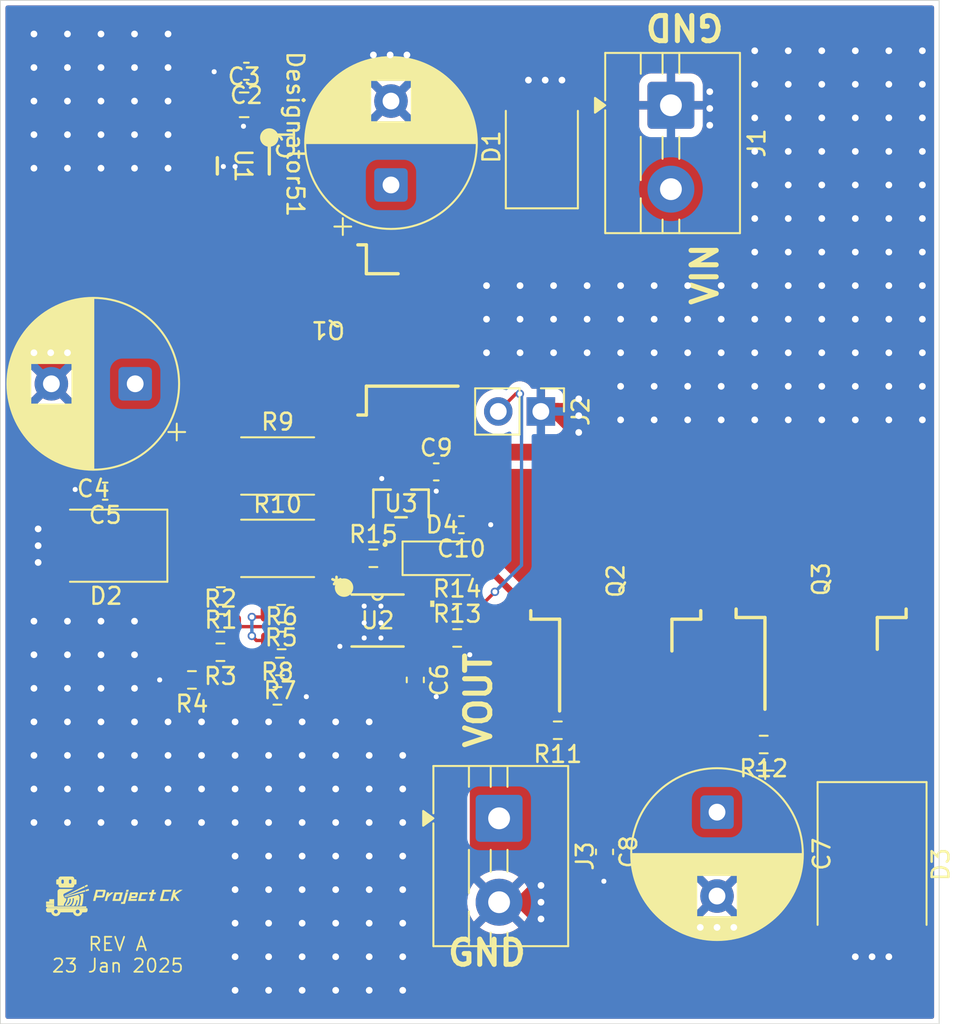
<source format=kicad_pcb>
(kicad_pcb (version 20241229) (generator "pcbnew") (generator_version "9.0")
  (layers (0 "F.Cu" signal) (4 "In1.Cu" signal) (6 "In2.Cu" signal) (2 "B.Cu" signal) (13 "F.Paste" user) (15 "B.Paste" user) (5 "F.SilkS" user "F.Silkscreen") (7 "B.SilkS" user "B.Silkscreen") (1 "F.Mask" user) (3 "B.Mask" user) (25 "Edge.Cuts" user))
  (net 0 "")
  (net 1 "/VIN_74700")
  (net 2 "GND")
  (net 3 "/VIN")
  (net 4 "/TIMER")
  (net 5 "/OUT")
  (net 6 "Net-(D4-K)")
  (net 7 "/GATE")
  (net 8 "Net-(J2-Pin_2)")
  (net 9 "Net-(Q1-Gate)")
  (net 10 "/SEN")
  (net 11 "Net-(Q2-Gate)")
  (net 12 "Net-(Q3-Gate)")
  (net 13 "Net-(R1-Pad2)")
  (net 14 "/UVLO")
  (net 15 "Net-(R3-Pad2)")
  (net 16 "Net-(R5-Pad2)")
  (net 17 "/OVLO")
  (net 18 "Net-(R7-Pad2)")
  (net 19 "/PWR")
  (net 20 "Net-(U2-PGD)")
  (net 21 "Net-(U3-BASE)")
  (footprint "Resistor_SMD:R_2512_6332Metric" (layer "F.Cu") (at 95.5375 80.75)
    (property "Reference" "R9")
    (property "Value" "5mΩ")
  )
  (footprint "Capacitor_THT:CP_Radial_D10.0mm_P5.00mm" (layer "F.Cu") (at 121.75 101.382323 -90)
    (property "Reference" "C7")
    (property "Value" "220uF")
  )
  (footprint "Capacitor_SMD:C_0603_1608Metric" (layer "F.Cu") (at 115.04 103.75 -90)
    (property "Reference" "C8")
    (property "Value" "100nF")
  )
  (footprint "Resistor_SMD:R_0603_1608Metric" (layer "F.Cu") (at 90.425 93.5 180)
    (property "Reference" "R4")
    (property "Value" "7.5kΩ")
  )
  (footprint "Capacitor_SMD:C_0805_2012Metric" (layer "F.Cu") (at 93.54 59.222323)
    (property "Reference" "C3")
    (property "Value" "1uF")
  )
  (footprint "Capacitor_SMD:C_0603_1608Metric" (layer "F.Cu") (at 105 81.1)
    (property "Reference" "C9")
    (property "Value" "47nF")
  )
  (footprint "Resistor_SMD:R_0603_1608Metric" (layer "F.Cu") (at 92.15 88.5 180)
    (property "Reference" "R1")
    (property "Value" "47kΩ")
  )
  (footprint "Resistor_SMD:R_0603_1608Metric" (layer "F.Cu") (at 124.535 97.35 180)
    (property "Reference" "R12")
    (property "Value" "10Ω")
  )
  (footprint "Diode_SMD:D_SMB" (layer "F.Cu") (at 111.3 61.732323 90)
    (property "Reference" "D1")
    (property "Value" "D_TVS")
  )
  (footprint "Resistor_SMD:R_0603_1608Metric" (layer "F.Cu") (at 92.125 90.1)
    (property "Reference" "R2")
    (property "Value" "620Ω")
  )
  (footprint "Capacitor_THT:CP_Radial_D10.0mm_P5.00mm" (layer "F.Cu") (at 87.04 75.85 180)
    (property "Reference" "C4")
    (property "Value" "220uF")
  )
  (footprint "Capacitor_SMD:C_0603_1608Metric" (layer "F.Cu") (at 85.25 82.25 180)
    (property "Reference" "C5")
    (property "Value" "100nF")
  )
  (footprint "TerminalBlock:TerminalBlock_MaiXu_MX126-5.0-02P_1x02_P5.00mm" (layer "F.Cu") (at 119 59.25 -90)
    (property "Reference" "J1")
    (property "Value" "Conn_01x02_Socket")
  )
  (footprint "Resistor_SMD:R_0603_1608Metric" (layer "F.Cu") (at 101.25 86.25)
    (property "Reference" "R15")
    (property "Value" "1kΩ")
  )
  (footprint "Capacitor_SMD:C_0603_1608Metric" (layer "F.Cu") (at 106.5 84.25 180)
    (property "Reference" "C10")
    (property "Value" "100nF")
  )
  (footprint "Protection_Footprint_Library:DBV0006A_N" (layer "F.Cu") (at 93.489998 62.847324 -90)
    (property "Reference" "U1")
    (property "Value" "LM74700QDBVRQ1")
  )
  (footprint "Resistor_SMD:R_0603_1608Metric" (layer "F.Cu") (at 112.25 96.5 180)
    (property "Reference" "R11")
    (property "Value" "10Ω")
  )
  (footprint "Resistor_SMD:R_2512_6332Metric" (layer "F.Cu") (at 95.5375 85.66)
    (property "Reference" "R10")
    (property "Value" "5mΩ")
  )
  (footprint "Diode_SMD:D_SMB" (layer "F.Cu") (at 85.3 85.5 180)
    (property "Reference" "D2")
    (property "Value" "D_TVS")
  )
  (footprint "Protection_Footprint_Library:MUB10A" (layer "F.Cu") (at 101.5 89.96)
    (property "Reference" "U2")
    (property "Value" "LM5069MMX-2/NOPB")
  )
  (footprint "Resistor_SMD:R_0603_1608Metric" (layer "F.Cu") (at 95.675 92.7 180)
    (property "Reference" "R7")
    (property "Value" "4.3kΩ")
  )
  (footprint "Diode_SMD:D_SOD-123" (layer "F.Cu") (at 105.35 86.25)
    (property "Reference" "D4")
    (property "Value" "1N4148W")
  )
  (footprint "Resistor_SMD:R_0603_1608Metric" (layer "F.Cu") (at 95.525 94.45)
    (property "Reference" "R8")
    (property "Value" "33Ω")
  )
  (footprint "Capacitor_THT:CP_Radial_D10.0mm_P5.00mm" (layer "F.Cu") (at 102.3 64 90)
    (property "Reference" "C1")
    (property "Value" "220uF")
  )
  (footprint "Resistor_SMD:R_0603_1608Metric" (layer "F.Cu") (at 106.25 89.5)
    (property "Reference" "R14")
    (property "Value" "100kΩ")
  )
  (footprint "TerminalBlock:TerminalBlock_MaiXu_MX126-5.0-02P_1x02_P5.00mm" (layer "F.Cu") (at 108.75 101.75 -90)
    (property "Reference" "J3")
    (property "Value" "Conn_01x02_Socket")
  )
  (footprint "LOGO" (layer "F.Cu") (at 85.7285 105.945364)
    (property "Reference" "G***" (hide yes))
    (property "Value" "LOGO" (hide yes))
  )
  (footprint "Protection_Footprint_Library:KTT0002A" (layer "F.Cu") (at 127.96 87.5 90)
    (property "Reference" "Q3")
    (property "Value" "CSD19536KTT")
  )
  (footprint "Resistor_SMD:R_0603_1608Metric" (layer "F.Cu") (at 95.775 91.15)
    (property "Reference" "R6")
    (property "Value" "620Ω")
  )
  (footprint "Diode_SMD:D_SMC" (layer "F.Cu") (at 131 104.5 -90)
    (property "Reference" "D3")
    (property "Value" "D_Schottky")
  )
  (footprint "Protection_Footprint_Library:KTT0002A" (layer "F.Cu") (at 115.71 87.6 90)
    (property "Reference" "Q2")
    (property "Value" "CSD19536KTT")
  )
  (footprint "Protection_Footprint_Library:SOT-23-3_1P4X3P040_ONS" (layer "F.Cu") (at 102.8975 82.984)
    (property "Reference" "U3")
    (property "Value" "MMBT5401LT1G")
  )
  (footprint "Resistor_SMD:R_0603_1608Metric" (layer "F.Cu") (at 106.25 91)
    (property "Reference" "R13")
    (property "Value" "22kΩ")
  )
  (footprint "Resistor_SMD:R_0603_1608Metric" (layer "F.Cu") (at 95.75 89.55 180)
    (property "Reference" "R5")
    (property "Value" "47kΩ")
  )
  (footprint "Capacitor_SMD:C_0603_1608Metric" (layer "F.Cu") (at 93.672323 57.222323 180)
    (property "Reference" "C2")
    (property "Value" "100nF")
  )
  (footprint "Capacitor_SMD:C_0603_1608Metric" (layer "F.Cu") (at 103.75 93.5 -90)
    (property "Reference" "C6")
    (property "Value" "6.8uF")
  )
  (footprint "Connector_PinHeader_2.54mm:PinHeader_1x02_P2.54mm_Vertical" (layer "F.Cu") (at 111.24 77.5 -90)
    (property "Reference" "J2")
    (property "Value" "Conn_01x02_Socket")
  )
  (footprint "Resistor_SMD:R_0603_1608Metric" (layer "F.Cu") (at 92.125 91.85 180)
    (property "Reference" "R3")
    (property "Value" "180Ω")
  )
  (footprint "Protection_Footprint_Library:KTT0002A" (layer "F.Cu") (at 98.55 72.64 180)
    (property "Reference" "Q1")
    (property "Value" "CSD19536KTT")
  )
  (gr_line (start 103.75 91) (end 103.75 92.75) (stroke (width 0.2)) (layer "F.Cu") (net 4))
  (gr_circle (center 95.039997 61.172324) (end 95.539997 61.172324) (stroke (width 0.1)) (fill yes) (layer "F.SilkS"))
  (gr_circle (center 99.5 88) (end 100 88) (stroke (width 0.1)) (fill yes) (layer "F.SilkS"))
  (gr_line (start 135 114) (end 135 53) (stroke (width 0.05)) (layer "Edge.Cuts"))
  (gr_line (start 83 53) (end 79 53) (stroke (width 0.05)) (layer "Edge.Cuts"))
  (gr_line (start 79 114) (end 135 114) (stroke (width 0.05)) (layer "Edge.Cuts"))
  (gr_line (start 135 53) (end 83 53) (stroke (width 0.05)) (layer "Edge.Cuts"))
  (gr_line (start 79 53) (end 79 114) (stroke (width 0.05)) (layer "Edge.Cuts"))
  (gr_text "GND" (at 105.54 110.65 0) (layer "F.SilkS") (effects (font (size 1.5 1.5) (thickness 0.3) (bold yes)) (justify left bottom)))
  (gr_text "VOUT" (at 108.39 97.7 90) (layer "F.SilkS") (effects (font (size 1.5 1.5) (thickness 0.3) (bold yes)) (justify left bottom)))
  (gr_text "GND" (at 122.3 53.7 180) (layer "F.SilkS") (effects (font (size 1.5 1.5) (thickness 0.3) (bold yes)) (justify left bottom)))
  (gr_text "REV A\n23 Jan 2025" (at 86 111 0) (layer "F.SilkS") (effects (font (size 0.8 0.8) (thickness 0.1)) (justify bottom)))
  (gr_text "VIN" (at 121.9 71.31 90) (layer "F.SilkS") (effects (font (size 1.5 1.5) (thickness 0.3) (bold yes)) (justify left bottom)))
  (segment (start 94.447323 59.179646) (end 94.49 59.222323) (width 0.4) (layer "F.Cu") (net 1))
  (segment (start 94.490997 64.171325) (end 94.490997 64.222323) (width 1) (layer "F.Cu") (net 1))
  (segment (start 94.49 61.422322) (end 94.439999 61.472323) (width 0.4) (layer "F.Cu") (net 1))
  (segment (start 94.662322 64) (end 94.490997 64.171325) (width 1) (layer "F.Cu") (net 1))
  (segment (start 92.59 59.222323) (end 92.59 61.422323) (width 0.4) (layer "F.Cu") (net 1))
  (segment (start 94.447323 57.222323) (end 94.447323 59.179646) (width 0.4) (layer "F.Cu") (net 1))
  (segment (start 111.727677 64.31) (end 111.3 63.882323) (width 1) (layer "F.Cu") (net 1))
  (segment (start 94.49 59.222323) (end 94.49 61.422322) (width 0.4) (layer "F.Cu") (net 1))
  (segment (start 119 64.25) (end 118.94 64.31) (width 1) (layer "F.Cu") (net 1))
  (segment (start 92.59 61.422323) (end 92.54 61.472323) (width 0.4) (layer "F.Cu") (net 1))
  (segment (start 102.417677 63.882323) (end 102.3 64) (width 1) (layer "F.Cu") (net 1))
  (segment (start 94.439999 61.472323) (end 94.439999 64.222323) (width 0.4) (layer "F.Cu") (net 1))
  (segment (start 94.49 59.222323) (end 92.59 59.222323) (width 0.4) (layer "F.Cu") (net 1))
  (segment (start 83.56 82.25) (end 83.46 82.15) (width 1) (layer "F.Cu") (net 2))
  (segment (start 104.225 81.475) (end 105 82.25) (width 0.4) (layer "F.Cu") (net 2))
  (segment (start 103.75 94.275) (end 104.775 94.275) (width 0.2) (layer "F.Cu") (net 2))
  (segment (start 82.04 74.04) (end 82 74) (width 1) (layer "F.Cu") (net 2))
  (segment (start 102.218 81.968) (end 101.75 81.5) (width 0.4) (layer "F.Cu") (net 2))
  (segment (start 131 109) (end 132 110) (width 1) (layer "F.Cu") (net 2))
  (segment (start 107.075 91) (end 107.075 91.925) (width 0.2) (layer "F.Cu") (net 2))
  (segment (start 82.04 75.04) (end 81 74) (width 1) (layer "F.Cu") (net 2))
  (segment (start 103.357 81.968) (end 104.225 81.1) (width 0.4) (layer "F.Cu") (net 2))
  (segment (start 82.04 74.96) (end 83 74) (width 1) (layer "F.Cu") (net 2))
  (segment (start 111.24 77.5) (end 113.25 77.5) (width 1) (layer "F.Cu") (net 2))
  (segment (start 111.24 77.5) (end 112.25 77.5) (width 1) (layer "F.Cu") (net 2))
  (segment (start 108.75 106.75) (end 110.25 106.75) (width 1) (layer "F.Cu") (net 2))
  (segment (start 82.04 75.85) (end 82.04 75.04) (width 1) (layer "F.Cu") (net 2))
  (segment (start 97.25 94.5) (end 96.4 94.5) (width 0.2) (layer "F.Cu") (net 2))
  (segment (start 91.75 57.25) (end 92.869646 57.25) (width 0.4) (layer "F.Cu") (net 2))
  (segment (start 110.25 106.75) (end 111.25 105.75) (width 1) (layer "F.Cu") (net 2))
  (segment (start 115.04 105.46) (end 115 105.5) (width 1) (layer "F.Cu") (net 2))
  (segment (start 112.75 77.5) (end 113.5 76.75) (width 1) (layer "F.Cu") (net 2))
  (segment (start 113.25 77.5) (end 113.5 77.75) (width 1) (layer "F.Cu") (net 2))
  (segment (start 99.3029 91.4471) (end 99.25 91.5) (width 0.2) (layer "F.Cu") (net 2))
  (segment (start 93.5 61.462321) (end 93.489998 61.472323) (width 0.4) (layer "F.Cu") (net 2))
  (segment (start 104.225 81.1) (end 104.225 81.475) (width 0.4) (layer "F.Cu") (net 2))
  (segment (start 131 109) (end 130 110) (width 1) (layer "F.Cu") (net 2))
  (segment (start 115.04 104.525) (end 115.04 105.46) (width 1) (layer "F.Cu") (net 2))
  (segment (start 131 107.9) (end 131 109) (width 1) (layer "F.Cu") (net 2))
  (segment (start 83.15 85.5) (end 82.25 85.5) (width 1) (layer "F.Cu") (net 2))
  (segment (start 82.25 85.5) (end 81.25 84.5) (width 1) (layer "F.Cu") (net 2))
  (segment (start 107.075 91.925) (end 107 92) (width 0.2) (layer "F.Cu") (net 2))
  (segment (start 111.24 77.5) (end 112.75 77.5) (width 1) (layer "F.Cu") (net 2))
  (segment (start 99.3029 90.960001) (end 99.3029 91.4471) (width 0.2) (layer "F.Cu") (net 2))
  (segment (start 92.869646 57.25) (end 92.897323 57.222323) (width 0.4) (layer "F.Cu") (net 2))
  (segment (start 102.8975 81.968) (end 103.357 81.968) (width 0.4) (layer "F.Cu") (net 2))
  (segment (start 102.8975 81.968) (end 102.218 81.968) (width 0.4) (layer "F.Cu") (net 2))
  (segment (start 104.775 94.275) (end 105 94.5) (width 0.2) (layer "F.Cu") (net 2))
  (segment (start 107.275 84.25) (end 108.25 84.25) (width 0.4) (layer "F.Cu") (net 2))
  (segment (start 96.4 94.5) (end 96.35 94.45) (width 0.2) (layer "F.Cu") (net 2))
  (segment (start 82.04 75.85) (end 82.04 74.96) (width 1) (layer "F.Cu") (net 2))
  (segment (start 84.475 82.25) (end 83.56 82.25) (width 1) (layer "F.Cu") (net 2))
  (segment (start 131 107.9) (end 131 110) (width 1) (layer "F.Cu") (net 2))
  (segment (start 93.5 60.5) (end 93.5 61.462321) (width 0.4) (layer "F.Cu") (net 2))
  (segment (start 83.15 85.5) (end 81.25 85.5) (width 1) (layer "F.Cu") (net 2))
  (segment (start 82.04 75.85) (end 82.04 74.04) (width 1) (layer "F.Cu") (net 2))
  (segment (start 110.25 106.75) (end 111.25 107.75) (width 1) (layer "F.Cu") (net 2))
  (segment (start 108.75 106.75) (end 111.25 106.75) (width 1) (layer "F.Cu") (net 2))
  (segment (start 82.25 85.5) (end 81.25 86.5) (width 1) (layer "F.Cu") (net 2))
  (segment (start 89.6 93.5) (end 88.5 93.5) (width 0.2) (layer "F.Cu") (net 2))
  (segment (start 112.25 77.5) (end 113.5 78.75) (width 1) (layer "F.Cu") (net 2))
  (via (at 82 74) (size 0.8) (drill 0.4) (layers "F.Cu" "B.Cu") (net 2))
  (via (at 87 59) (size 0.8) (drill 0.4) (layers "F.Cu" "B.Cu") (net 2))
  (via (at 113.5 77.75) (size 0.8) (drill 0.4) (layers "F.Cu" "B.Cu") (net 2))
  (via (at 126 74) (size 0.8) (drill 0.4) (layers "F.Cu" "B.Cu") (net 2))
  (via (at 124 60) (size 0.8) (drill 0.4) (layers "F.Cu" "B.Cu") (net 2))
  (via (at 130 68) (size 0.8) (drill 0.4) (layers "F.Cu" "B.Cu") (net 2))
  (via (at 83 98) (size 0.8) (drill 0.4) (layers "F.Cu" "B.Cu") (net 2))
  (via (at 122 78) (size 0.8) (drill 0.4) (layers "F.Cu" "B.Cu") (net 2))
  (via (at 85 59) (size 0.8) (drill 0.4) (layers "F.Cu" "B.Cu") (net 2))
  (via (at 81 55) (size 0.8) (drill 0.4) (layers "F.Cu" "B.Cu") (net 2))
  (via (at 130 62) (size 0.8) (drill 0.4) (layers "F.Cu" "B.Cu") (net 2))
  (via (at 83 100) (size 0.8) (drill 0.4) (layers "F.Cu" "B.Cu") (net 2))
  (via (at 134 64) (size 0.8) (drill 0.4) (layers "F.Cu" "B.Cu") (net 2))
  (via (at 95 106) (size 0.8) (drill 0.4) (layers "F.Cu" "B.Cu") (net 2))
  (via (at 126 62) (size 0.8) (drill 0.4) (layers "F.Cu" "B.Cu") (net 2))
  (via (at 101 96) (size 0.8) (drill 0.4) (layers "F.Cu" "B.Cu") (net 2))
  (via (at 91 102) (size 0.8) (drill 0.4) (layers "F.Cu" "B.Cu") (net 2))
  (via (at 128 72) (size 0.8) (drill 0.4) (layers "F.Cu" "B.Cu") (net 2))
  (via (at 93 106) (size 0.8) (drill 0.4) (layers "F.Cu" "B.Cu") (net 2))
  (via (at 83 96) (size 0.8) (drill 0.4) (layers "F.Cu" "B.Cu") (net 2))
  (via (at 89 57) (size 0.8) (drill 0.4) (layers "F.Cu" "B.Cu") (net 2))
  (via (at 81 61) (size 0.8) (drill 0.4) (layers "F.Cu" "B.Cu") (net 2))
  (via (at 120 72) (size 0.8) (drill 0.4) (layers "F.Cu" "B.Cu") (net 2))
  (via (at 103 110) (size 0.8) (drill 0.4) (layers "F.Cu" "B.Cu") (net 2))
  (via (at 83 94) (size 0.8) (drill 0.4) (layers "F.Cu" "B.Cu") (net 2))
  (via (at 83 59) (size 0.8) (drill 0.4) (layers "F.Cu" "B.Cu") (net 2))
  (via (at 121.3175 59.44) (size 0.8) (drill 0.4) (layers "F.Cu" "B.Cu") (net 2))
  (via (at 126 56) (size 0.8) (drill 0.4) (layers "F.Cu" "B.Cu") (net 2))
  (via (at 113.5 78.75) (size 0.8) (drill 0.4) (layers "F.Cu" "B.Cu") (net 2))
  (via (at 114 74) (size 0.8) (drill 0.4) (layers "F.Cu" "B.Cu") (net 2))
  (via (at 83 63) (size 0.8) (drill 0.4) (layers "F.Cu" "B.Cu") (net 2))
  (via (at 126 76) (size 0.8) (drill 0.4) (layers "F.Cu" "B.Cu") (net 2))
  (via (at 101.7 90.1) (size 0.5) (drill 0.3) (layers "F.Cu" "B.Cu") (net 2))
  (via (at 102.25 56.25) (size 0.8) (drill 0.4) (layers "F.Cu" "B.Cu") (net 2))
  (via (at 101 108) (size 0.8) (drill 0.4) (layers "F.Cu" "B.Cu") (net 2))
  (via (at 87 102) (size 0.8) (drill 0.4) (layers "F.Cu" "B.Cu") (net 2))
  (via (at 83 57) (size 0.8) (drill 0.4) (layers "F.Cu" "B.Cu") (net 2))
  (via (at 124 78) (size 0.8) (drill 0.4) (layers "F.Cu" "B.Cu") (net 2))
  (via (at 132 68) (size 0.8) (drill 0.4) (layers "F.Cu" "B.Cu") (net 2))
  (via (at 108 72) (size 0.8) (drill 0.4) (layers "F.Cu" "B.Cu") (net 2))
  (via (at 97 112) (size 0.8) (drill 0.4) (layers "F.Cu" "B.Cu") (net 2))
  (via (at 114 70) (size 0.8) (drill 0.4) (layers "F.Cu" "B.Cu") (net 2))
  (via (at 120.75 108.25) (size 0.8) (drill 0.4) (layers "F.Cu" "B.Cu") (net 2))
  (via (at 110 72) (size 0.8) (drill 0.4) (layers "F.Cu" "B.Cu") (net 2))
  (via (at 85 102) (size 0.8) (drill 0.4) (layers "F.Cu" "B.Cu") (net 2))
  (via (at 118 74) (size 0.8) (drill 0.4) (layers "F.Cu" "B.Cu") (net 2))
  (via (at 126 64) (size 0.8) (drill 0.4) (layers "F.Cu" "B.Cu") (net 2))
  (via (at 97 102) (size 0.8) (drill 0.4) (layers "F.Cu" "B.Cu") (net 2))
  (via (at 128 70) (size 0.8) (drill 0.4) (layers "F.Cu" "B.Cu") (net 2))
  (via (at 116 70) (size 0.8) (drill 0.4) (layers "F.Cu" "B.Cu") (net 2))
  (via (at 93 104) (size 0.8) (drill 0.4) (layers "F.Cu" "B.Cu") (net 2))
  (via (at 124 64) (size 0.8) (drill 0.4) (layers "F.Cu" "B.Cu") (net 2))
  (via (at 134 62) (size 0.8) (drill 0.4) (layers "F.Cu" "B.Cu") (net 2))
  (via (at 97 104) (size 0.8) (drill 0.4) (layers "F.Cu" "B.Cu") (net 2))
  (via (at 83 92) (size 0.8) (drill 0.4) (layers "F.Cu" "B.Cu") (net 2))
  (via (at 87 98) (size 0.8) (drill 0.4) (layers "F.Cu" "B.Cu") (net 2))
  (via (at 81 59) (size 0.8) (drill 0.4) (layers "F.Cu" "B.Cu") (net 2))
  (via (at 95 102) (size 0.8) (drill 0.4) (layers "F.Cu" "B.Cu") (net 2))
  (via (at 89 59) (size 0.8) (drill 0.4) (layers "F.Cu" "B.Cu") (net 2))
  (via (at 101.7 89.1) (size 0.5) (drill 0.3) (layers "F.Cu" "B.Cu") (net 2))
  (via (at 99 102) (size 0.8) (drill 0.4) (layers "F.Cu" "B.Cu") (net 2))
  (via (at 132 110) (size 0.8) (drill 0.4) (layers "F.Cu" "B.Cu") (net 2))
  (via (at 130 70) (size 0.8) (drill 0.4) (layers "F.Cu" "B.Cu") (net 2))
  (via (at 91 98) (size 0.8) (drill 0.4) (layers "F.Cu" "B.Cu") (net 2))
  (via (at 126 72) (size 0.8) (drill 0.4) (layers "F.Cu" "B.Cu") (net 2))
  (via (at 88.5 93.5) (size 0.5) (drill 0.3) (layers "F.Cu" "B.Cu") (net 2))
  (via (at 81.25 86.5) (size 0.8) (drill 0.4) (layers "F.Cu" "B.Cu") (net 2))
  (via (at 121.3175 60.44) (size 0.8) (drill 0.4) (layers "F.Cu" "B.Cu") (net 2))
  (via (at 122 70) (size 0.8) (drill 0.4) (layers "F.Cu" "B.Cu") (net 2))
  (via (at 93 102) (size 0.8) (drill 0.4) (layers "F.Cu" "B.Cu") (net 2))
  (via (at 81.25 84.5) (size 0.8) (drill 0.4) (layers "F.Cu" "B.Cu") (net 2))
  (via (at 128 66) (size 0.8) (drill 0.4) (layers "F.Cu" "B.Cu") (net 2))
  (via (at 93 96) (size 0.8) (drill 0.4) (layers "F.Cu" "B.Cu") (net 2))
  (via (at 128 76) (size 0.8) (drill 0.4) (layers "F.Cu" "B.Cu") (net 2))
  (via (at 110.5 57.75) (size 0.8) (drill 0.4) (layers "F.Cu" "B.Cu") (net 2))
  (via (at 101 110) (size 0.8) (drill 0.4) (layers "F.Cu" "B.Cu") (net 2))
  (via (at 122 72) (size 0.8) (drill 0.4) (layers "F.Cu" "B.Cu") (net 2))
  (via (at 99 110) (size 0.8) (drill 0.4) (layers "F.Cu" "B.Cu") (net 2))
  (via (at 131 110) (size 0.8) (drill 0.4) (layers "F.Cu" "B.Cu") (net 2))
  (via (at 134 58) (size 0.8) (drill 0.4) (layers "F.Cu" "B.Cu") (net 2))
  (via (at 85 94) (size 0.8) (drill 0.4) (layers "F.Cu" "B.Cu") (net 2))
  (via (at 120 76) (size 0.8) (drill 0.4) (layers "F.Cu" "B.Cu") (net 2))
  (via (at 111.5 57.75) (size 0.8) (drill 0.4) (layers "F.Cu" "B.Cu") (net 2))
  (via (at 97 96) (size 0.8) (drill 0.4) (layers "F.Cu" "B.Cu") (net 2))
  (via (at 126 66) (size 0.8) (drill 0.4) (layers "F.Cu" "B.Cu") (net 2))
  (via (at 105 94.5) (size 0.5) (drill 0.3) (layers "F.Cu" "B.Cu") (net 2))
  (via (at 126 70) (size 0.8) (drill 0.4) (layers "F.Cu" "B.Cu") (net 2))
  (via (at 85 100) (size 0.8) (drill 0.4) (layers "F.Cu" "B.Cu") (net 2))
  (via (at 128 68) (size 0.8) (drill 0.4) (layers "F.Cu" "B.Cu") (net 2))
  (via (at 103 100) (size 0.8) (drill 0.4) (layers "F.Cu" "B.Cu") (net 2))
  (via (at 95 100) (size 0.8) (drill 0.4) (layers "F.Cu" "B.Cu") (net 2))
  (via (at 89 98) (size 0.8) (drill 0.4) (layers "F.Cu" "B.Cu") (net 2))
  (via (at 92.3 62.9) (size 0.5) (drill 0.3) (layers "F.Cu" "B.Cu") (net 2))
  (via (at 85 61) (size 0.8) (drill 0.4) (layers "F.Cu" "B.Cu") (net 2))
  (via (at 97 110) (size 0.8) (drill 0.4) (layers "F.Cu" "B.Cu") (net 2))
  (via (at 108.25 84.25) (size 0.5) (drill 0.3) (layers "F.Cu" "B.Cu") (net 2))
  (via (at 81 98) (size 0.8) (drill 0.4) (layers "F.Cu" "B.Cu") (net 2))
  (via (at 124 74) (size 0.8) (drill 0.4) (layers "F.Cu" "B.Cu") (net 2))
  (via (at 103 108) (size 0.8) (drill 0.4) (layers "F.Cu" "B.Cu") (net 2))
  (via (at 112 70) (size 0.8) (drill 0.4) (layers "F.Cu" "B.Cu") (net 2))
  (via (at 134 76) (size 0.8) (drill 0.4) (layers "F.Cu" "B.Cu") (net 2))
  (via (at 128 64) (size 0.8) (drill 0.4) (layers "F.Cu" "B.Cu") (net 2))
  (via (at 122 74) (size 0.8) (drill 0.4) (layers "F.Cu" "B.Cu") (net 2))
  (via (at 97 106) (size 0.8) (drill 0.4) (layers "F.Cu" "B.Cu") (net 2))
  (via (at 128 60) (size 0.8) (drill 0.4) (layers "F.Cu" "B.Cu") (net 2))
  (via (at 83.46 82.15) (size 0.5) (drill 0.3) (layers "F.Cu" "B.Cu") (net 2))
  (via (at 110 74) (size 0.8) (drill 0.4) (layers "F.Cu" "B.Cu") (net 2))
  (via (at 126 60) (size 0.8) (drill 0.4) (layers "F.Cu" "B.Cu") (net 2))
  (via (at 112 74) (size 0.8) (drill 0.4) (layers "F.Cu" "B.Cu") (net 2))
  (via (at 85 96) (size 0.8) (drill 0.4) (layers "F.Cu" "B.Cu") (net 2))
  (via (at 83 74) (size 0.8) (drill 0.4) (layers "F.Cu" "B.Cu") (net 2))
  (via (at 132 76) (size 0.8) (drill 0.4) (layers "F.Cu" "B.Cu") (net 2))
  (via (at 116 78) (size 0.8) (drill 0.4) (layers "F.Cu" "B.Cu") (net 2))
  (via (at 89 63) (size 0.8) (drill 0.4) (layers "F.Cu" "B.Cu") (net 2))
  (via (at 134 70) (size 0.8) (drill 0.4) (layers "F.Cu" "B.Cu") (net 2))
  (via (at 130 72) (size 0.8) (drill 0.4) (layers "F.Cu" "B.Cu") (net 2))
  (via (at 85 92) (size 0.8) (drill 0.4) (layers "F.Cu" "B.Cu") (net 2))
  (via (at 83 61) (size 0.8) (drill 0.4) (layers "F.Cu" "B.Cu") (net 2))
  (via (at 116 72) (size 0.8) (drill 0.4) (layers "F.Cu" "B.Cu") (net 2))
  (via (at 103 106) (size 0.8) (drill 0.4) (layers "F.Cu" "B.Cu") (net 2))
  (via (at 93 108) (size 0.8) (drill 0.4) (layers "F.Cu" "B.Cu") (net 2))
  (via (at 130 64) (size 0.8) (drill 0.4) (layers "F.Cu" "B.Cu") (net 2))
  (via (at 83 90) (size 0.8) (drill 0.4) (layers "F.Cu" "B.Cu") (net 2))
  (via (at 99 100) (size 0.8) (drill 0.4) (layers "F.Cu" "B.Cu") (net 2))
  (via (at 101 104) (size 0.8) (drill 0.4) (layers "F.Cu" "B.Cu") (net 2))
  (via (at 97 100) (size 0.8) (drill 0.4) (layers "F.Cu" "B.Cu") (net 2))
  (via (at 91.75 57.25) (size 0.5) (drill 0.3) (layers "F.Cu" "B.Cu") (net 2))
  (via (at 87 100) (size 0.8) (drill 0.4) (layers "F.Cu" "B.Cu") (net 2))
  (via (at 87 57) (size 0.8) (drill 0.4) (layers "F.Cu" "B.Cu") (net 2))
  (via (at 101.7 91) (size 0.5) (drill 0.3) (layers "F.Cu" "B.Cu") (net 2))
  (via (at 120 70) (size 0.8) (drill 0.4) (layers "F.Cu" "B.Cu") (net 2))
  (via (at 124 76) (size 0.8) (drill 0.4) (layers "F.Cu" "B.Cu") (net 2))
  (via (at 134 56) (size 0.8) (drill 0.4) (layers "F.Cu" "B.Cu") (net 2))
  (via (at 93 62.9) (size 0.5) (drill 0.3) (layers "F.Cu" "B.Cu") (net 2))
  (via (at 83 102) (size 0.8) (drill 0.4) (layers "F.Cu" "B.Cu") (net 2))
  (via (at 81 96) (size 0.8) (drill 0.4) (layers "F.Cu" "B.Cu") (net 2))
  (via (at 122.75 108.25) (size 0.8) (drill 0.4) (layers "F.Cu" "B.Cu") (net 2))
  (via (at 112 72) (size 0.8) (drill 0.4) (layers "F.Cu" "B.Cu") (net 2))
  (via (at 120 78) (size 0.8) (drill 0.4) (layers "F.Cu" "B.Cu") (net 2))
  (via (at 101.25 56.25) (size 0.8) (drill 0.4) (layers "F.Cu" "B.Cu") (net 2))
  (via (at 132 74) (size 0.8) (drill 0.4) (layers "F.Cu" "B.Cu") (net 2))
  (via (at 81 100) (size 0.8) (drill 0.4) (layers "F.Cu" "B.Cu") (net 2))
  (via (at 101 98) (size 0.8) (drill 0.4) (layers "F.Cu" "B.Cu") (net 2))
  (via (at 99 98) (size 0.8) (drill 0.4) (layers "F.Cu" "B.Cu") (net 2))
  (via (at 118 72) (size 0.8) (drill 0.4) (layers "F.Cu" "B.Cu") (net 2))
  (via (at 118 78) (size 0.8) (drill 0.4) (layers "F.Cu" "B.Cu") (net 2))
  (via (at 132 78) (size 0.8) (drill 0.4) (layers "F.Cu" "B.Cu") (net 2))
  (via (at 95 96) (size 0.8) (drill 0.4) (layers "F.Cu" "B.Cu") (net 2))
  (via (at 85 57) (size 0.8) (drill 0.4) (layers "F.Cu" "B.Cu") (net 2))
  (via (at 124 68) (size 0.8) (drill 0.4) (layers "F.Cu" "B.Cu") (net 2))
  (via (at 111.25 106.75) (size 0.8) (drill 0.4) (layers "F.Cu" "B.Cu") (net 2))
  (via (at 99.25 91.5) (size 0.5) (drill 0.3) (layers "F.Cu" "B.Cu") (net 2))
  (via (at 97 98) (size 0.8) (drill 0.4) (layers "F.Cu" "B.Cu") (net 2))
  (via (at 87 92) (size 0.8) (drill 0.4) (layers "F.Cu" "B.Cu") (net 2))
  (via (at 114 72) (size 0.8) (drill 0.4) (layers "F.Cu" "B.Cu") (net 2))
  (via (at 126 58) (size 0.8) (drill 0.4) (layers "F.Cu" "B.Cu") (net 2))
  (via (at 130 66) (size 0.8) (drill 0.4) (layers "F.Cu" "B.Cu") (net 2))
  (via (at 93 100) (size 0.8) (drill 0.4) (layers "F.Cu" "B.Cu") (net 2))
  (via (at 132 60) (size 0.8) (drill 0.4) (layers "F.Cu" "B.Cu") (net 2))
  (via (at 132 64) (size 0.8) (drill 0.4) (layers "F.Cu" "B.Cu") (net 2))
  (via (at 108 74) (size 0.8) (drill 0.4) (layers "F.Cu" "B.Cu") (net 2))
  (via (at 113.5 76.75) (size 0.8) (drill 0.4) (layers "F.Cu" "B.Cu") (net 2))
  (via (at 116 74) (size 0.8) (drill 0.4) (layers "F.Cu" "B.Cu") (net 2))
  (via (at 132 66) (size 0.8) (drill 0.4) (layers "F.Cu" "B.Cu") (net 2))
  (via (at 85 98) (size 0.8) (drill 0.4) (layers "F.Cu" "B.Cu") (net 2))
  (via (at 116 76) (size 0.8) (drill 0.4) (layers "F.Cu" "B.Cu") (net 2))
  (via (at 95 112) (size 0.8) (drill 0.4) (layers "F.Cu" "B.Cu") (net 2))
  (via (at 87 94) (size 0.8) (drill 0.4) (layers "F.Cu" "B.Cu") (net 2))
  (via (at 124 62) (size 0.8) (drill 0.4) (layers "F.Cu" "B.Cu") (net 2))
  (via (at 83 55) (size 0.8) (drill 0.4) (layers "F.Cu" "B.Cu") (net 2))
  (via (at 89 100) (size 0.8) (drill 0.4) (layers "F.Cu" "B.Cu") (net 2))
  (via (at 95 110) (size 0.8) (drill 0.4) (layers "F.Cu" "B.Cu") (net 2))
  (via (at 132 56) (size 0.8) (drill 0.4) (layers "F.Cu" "B.Cu") (net 2))
  (via (at 130 78) (size 0.8) (drill 0.4) (layers "F.Cu" "B.Cu") (net 2))
  (via (at 81 102) (size 0.8) (drill 0.4) (layers "F.Cu" "B.Cu") (net 2))
  (via (at 87 96) (size 0.8) (drill 0.4) (layers "F.Cu" "B.Cu") (net 2))
  (via (at 93.5 60.5) (size 0.5) (drill 0.3) (layers "F.Cu" "B.Cu") (net 2))
  (via (at 101 102) (size 0.8) (drill 0.4) (layers "F.Cu" "B.Cu") (net 2))
  (via (at 118 76) (size 0.8) (drill 0.4) (layers "F.Cu" "B.Cu") (net 2))
  (via (at 99 112) (size 0.8) (drill 0.4) (layers "F.Cu" "B.Cu") (net 2))
  (via (at 110 70) (size 0.8) (drill 0.4) (layers "F.Cu" "B.Cu") (net 2))
  (via (at 87 63) (size 0.8) (drill 0.4) (layers "F.Cu" "B.Cu") (net 2))
  (via (at 100.7 89.1) (size 0.5) (drill 0.3) (layers "F.Cu" "B.Cu") (net 2))
  (via (at 134 72) (size 0.8) (drill 0.4) (layers "F.Cu" "B.Cu") (net 2))
  (via (at 111.25 107.75) (size 0.8) (drill 0.4) (layers "F.Cu" "B.Cu") (net 2))
  (via (at 121.3175 58.44) (size 0.8) (drill 0.4) (layers "F.Cu" "B.Cu") (net 2))
  (via (at 124 56) (size 0.8) (drill 0.4) (layers "F.Cu" "B.Cu") (net 2))
  (via (at 87 55) (size 0.8) (drill 0.4) (layers "F.Cu" "B.Cu") (net 2))
  (via (at 108 70) (size 0.8) (drill 0.4) (layers "F.Cu" "B.Cu") (net 2))
  (via (at 89 96) (size 0.8) (drill 0.4) (layers "F.Cu" "B.Cu") (net 2))
  (via (at 128 56) (size 0.8) (drill 0.4) (layers "F.Cu" "B.Cu") (net 2))
  (via (at 128 62) (size 0.8) (drill 0.4) (layers "F.Cu" "B.Cu") (net 2))
  (via (at 97.25 94.5) (size 0.5) (drill 0.3) (layers "F.Cu" "B.Cu") (net 2))
  (via (at 126 78) (size 0.8) (drill 0.4) (layers "F.Cu" "B.Cu") (net 2))
  (via (at 103 112) (size 0.8) (drill 0.4) (layers "F.Cu" "B.Cu") (net 2))
  (via (at 93 98) (size 0.8) (drill 0.4) (layers "F.Cu" "B.Cu") (net 2))
  (via (at 93 112) (size 0.8) (drill 0.4) (layers "F.Cu" "B.Cu") (net 2))
  (via (at 115 105.5) (size 0.5) (drill 0.3) (layers "F.Cu" "B.Cu") (net 2))
  (via (at 134 78) (size 0.8) (drill 0.4) (layers "F.Cu" "B.Cu") (net 2))
  (via (at 99 108) (size 0.8) (drill 0.4) (layers "F.Cu" "B.Cu") (net 2))
  (via (at 85 90) (size 0.8) (drill 0.4) (layers "F.Cu" "B.Cu") (net 2))
  (via (at 105 82.25) (size 0.5) (drill 0.3) (layers "F.Cu" "B.Cu") (net 2))
  (via (at 132 62) (size 0.8) (drill 0.4) (layers "F.Cu" "B.Cu") (net 2))
  (via (at 124 58) (size 0.8) (drill 0.4) (layers "F.Cu" "B.Cu") (net 2))
  (via (at 130 56) (size 0.8) (drill 0.4) (layers "F.Cu" "B.Cu") (net 2))
  (via (at 89 102) (size 0.8) (drill 0.4) (layers "F.Cu" "B.Cu") (net 2))
  (via (at 107 92) (size 0.5) (drill 0.3) (layers "F.Cu" "B.Cu") (net 2))
  (via (at 134 60) (size 0.8) (drill 0.4) (layers "F.Cu" "B.Cu") (net 2))
  (via (at 89 61) (size 0.8) (drill 0.4) (layers "F.Cu" "B.Cu") (net 2))
  (via (at 134 66) (size 0.8) (drill 0.4) (layers "F.Cu" "B.Cu") (net 2))
  (via (at 91 100) (size 0.8) (drill 0.4) (layers "F.Cu" "B.Cu") (net 2))
  (via (at 111.25 105.75) (size 0.8) (drill 0.4) (layers "F.Cu" "B.Cu") (net 2))
  (via (at 99 106) (size 0.8) (drill 0.4) (layers "F.Cu" "B.Cu") (net 2))
  (via (at 130 110) (size 0.8) (drill 0.4) (layers "F.Cu" "B.Cu") (net 2))
  (via (at 130 60) (size 0.8) (drill 0.4) (layers "F.Cu" "B.Cu") (net 2))
  (via (at 103.25 56.25) (size 0.8) (drill 0.4) (layers "F.Cu" "B.Cu") (net 2))
  (via (at 124 66) (size 0.8) (drill 0.4) (layers "F.Cu" "B.Cu") (net 2))
  (via (at 103 98) (size 0.8) (drill 0.4) (layers "F.Cu" "B.Cu") (net 2))
  (via (at 130 58) (size 0.8) (drill 0.4) (layers "F.Cu" "B.Cu") (net 2))
  (via (at 95 104) (size 0.8) (drill 0.4) (layers "F.Cu" "B.Cu") (net 2))
  (via (at 128 74) (size 0.8) (drill 0.4) (layers "F.Cu" "B.Cu") (net 2))
  (via (at 85 63) (size 0.8) (drill 0.4) (layers "F.Cu" "B.Cu") (net 2))
  (via (at 126 68) (size 0.8) (drill 0.4) (layers "F.Cu" "B.Cu") (net 2))
  (via (at 132 72) (size 0.8) (drill 0.4) (layers "F.Cu" "B.Cu") (net 2))
  (via (at 118 70) (size 0.8) (drill 0.4) (layers "F.Cu" "B.Cu") (net 2))
  (via (at 103 104) (size 0.8) (drill 0.4) (layers "F.Cu" "B.Cu") (net 2))
  (via (at 91 96) (size 0.8) (drill 0.4) (layers "F.Cu" "B.Cu") (net 2))
  (via (at 132 70) (size 0.8) (drill 0.4) (layers "F.Cu" "B.Cu") (net 2))
  (via (at 101 112) (size 0.8) (drill 0.4) (layers "F.Cu" "B.Cu") (net 2))
  (via (at 87 90) (size 0.8) (drill 0.4) (layers "F.Cu" "B.Cu") (net 2))
  (via (at 81 63) (size 0.8) (drill 0.4) (layers "F.Cu" "B.Cu") (net 2))
  (via (at 93 110) (size 0.8) (drill 0.4) (layers "F.Cu" "B.Cu") (net 2))
  (via (at 95 98) (size 0.8) (drill 0.4) (layers "F.Cu" "B.Cu") (net 2))
  (via (at 130 74) (size 0.8) (drill 0.4) (layers "F.Cu" "B.Cu") (net 2))
  (via (at 124 72) (size 0.8) (drill 0.4) (layers "F.Cu" "B.Cu") (net 2))
  (via (at 112.5 57.75) (size 0.8) (drill 0.4) (layers "F.Cu" "B.Cu") (net 2))
  (via (at 101.75 81.5) (size 0.5) (drill 0.3) (layers "F.Cu" "B.Cu") (net 2))
  (via (at 99 96) (size 0.8) (drill 0.4) (layers "F.Cu" "B.Cu") (net 2))
  (via (at 81 74) (size 0.8) (drill 0.4) (layers "F.Cu" "B.Cu") (net 2))
  (via (at 85 55) (size 0.8) (drill 0.4) (layers "F.Cu" "B.Cu") (net 2))
  (via (at 81 92) (size 0.8) (drill 0.4) (layers "F.Cu" "B.Cu") (net 2))
  (via (at 101 106) (size 0.8) (drill 0.4) (layers "F.Cu" "B.Cu") (net 2))
  (via (at 89 55) (size 0.8) (drill 0.4) (layers "F.Cu" "B.Cu") (net 2))
  (via (at 122 76) (size 0.8) (drill 0.4) (layers "F.Cu" "B.Cu") (net 2))
  (via (at 120 74) (size 0.8) (drill 0.4) (layers "F.Cu" "B.Cu") (net 2))
  (via (at 124 70) (size 0.8) (drill 0.4) (layers "F.Cu" "B.Cu") (net 2))
  (via (at 81 57) (size 0.8) (drill 0.4) (layers "F.Cu" "B.Cu") (net 2))
  (via (at 95 108) (size 0.8) (drill 0.4) (layers "F.Cu" "B.Cu") (net 2))
  (via (at 132 58) (size 0.8) (drill 0.4) (layers "F.Cu" "B.Cu") (net 2))
  (via (at 128 78) (size 0.8) (drill 0.4) (layers "F.Cu" "B.Cu") (net 2))
  (via (at 100.7 90.1) (size 0.5) (drill 0.3) (layers "F.Cu" "B.Cu") (net 2))
  (via (at 121.75 108.25) (size 0.8) (drill 0.4) (layers "F.Cu" "B.Cu") (net 2))
  (via (at 101 100) (size 0.8) (drill 0.4) (layers "F.Cu" "B.Cu") (net 2))
  (via (at 128 58) (size 0.8) (drill 0.4) (layers "F.Cu" "B.Cu") (net 2))
  (via (at 81.25 85.5) (size 0.8) (drill 0.4) (layers "F.Cu" "B.Cu") (net 2))
  (via (at 134 68) (size 0.8) (drill 0.4) (layers "F.Cu" "B.Cu") (net 2))
  (via (at 99 104) (size 0.8) (drill 0.4) (layers "F.Cu" "B.Cu") (net 2))
  (via (at 103 102) (size 0.8) (drill 0.4) (layers "F.Cu" "B.Cu") (net 2))
  (via (at 87 61) (size 0.8) (drill 0.4) (layers "F.Cu" "B.Cu") (net 2))
  (via (at 81 94) (size 0.8) (drill 0.4) (layers "F.Cu" "B.Cu") (net 2))
  (via (at 100.7 91) (size 0.5) (drill 0.3) (layers "F.Cu" "B.Cu") (net 2))
  (via (at 81 90) (size 0.8) (drill 0.4) (layers "F.Cu" "B.Cu") (net 2))
  (via (at 97 108) (size 0.8) (drill 0.4) (layers "F.Cu" "B.Cu") (net 2))
  (via (at 134 74) (size 0.8) (drill 0.4) (layers "F.Cu" "B.Cu") (net 2))
  (via (at 130 76) (size 0.8) (drill 0.4) (layers "F.Cu" "B.Cu") (net 2))
  (segment (start 92.975 86.06) (end 92.575 85.66) (width 0.2) (layer "F.Cu") (net 3))
  (segment (start 87.815 85.135) (end 87.45 85.5) (width 1) (layer "F.Cu") (net 3))
  (segment (start 91.287999 64.222323) (end 87.04 68.470322) (width 1) (layer "F.Cu") (net 3))
  (segment (start 87.04 68.470322) (end 87.04 75.85) (width 1) (layer "F.Cu") (net 3))
  (segment (start 91.287999 64.222323) (end 92.488999 64.222323) (width 1) (layer "F.Cu") (net 3))
  (segment (start 92.575 80.75) (end 92.575 85.66) (width 1) (layer "F.Cu") (net 3))
  (segment (start 92.975 88.5) (end 92.975 86.06) (width 0.2) (layer "F.Cu") (net 3))
  (segment (start 96.575 89.55) (end 95.525 88.5) (width 0.2) (layer "F.Cu") (net 3))
  (segment (start 96.664999 89.460001) (end 96.575 89.55) (width 0.2) (layer "F.Cu") (net 3))
  (segment (start 92.4 80.575) (end 92.575 80.75) (width 1) (layer "F.Cu") (net 3))
  (segment (start 87.925 85.975) (end 87.45 85.5) (width 1) (layer "F.Cu") (net 3))
  (segment (start 99.3029 89.460001) (end 96.664999 89.460001) (width 0.2) (layer "F.Cu") (net 3))
  (segment (start 95.525 88.5) (end 92.975 88.5) (width 0.2) (layer "F.Cu") (net 3))
  (segment (start 109.15 101.35) (end 108.75 101.75) (width 1) (layer "F.Cu") (net 5))
  (segment (start 131 101.1) (end 131 99.1) (width 1) (layer "F.Cu") (net 5))
  (segment (start 131 99.1) (end 130.5 98.6) (width 1) (layer "F.Cu") (net 5))
  (segment (start 118.25 93.75) (end 120.801 91.199) (width 1) (layer "F.Cu") (net 5))
  (segment (start 122.032323 101.1) (end 121.75 101.382323) (width 1) (layer "F.Cu") (net 5))
  (segment (start 128.049 91.199) (end 130.5 93.65) (width 1) (layer "F.Cu") (net 5))
  (segment (start 102.7103 89.4939) (end 102.7103 95.7103) (width 0.2) (layer "F.Cu") (net 5))
  (segment (start 130.5 100.6) (end 131 101.1) (width 1) (layer "F.Cu") (net 5))
  (segment (start 103.6971 89.460001) (end 102.744199 89.460001) (width 0.2) (layer "F.Cu") (net 5))
  (segment (start 120.801 91.199) (end 128.049 91.199) (width 1) (layer "F.Cu") (net 5))
  (segment (start 102.7103 95.7103) (end 108.75 101.75) (width 0.2) (layer "F.Cu") (net 5))
  (segment (start 102.744199 89.460001) (end 102.7103 89.4939) (width 0.2) (layer "F.Cu") (net 5))
  (segment (start 130.5 93.65) (end 130.5 98.6) (width 1) (layer "F.Cu") (net 5))
  (segment (start 103.85 86.1) (end 103.7 86.25) (width 0.4) (layer "F.Cu") (net 6))
  (segment (start 104.1 84.25) (end 103.85 84) (width 0.4) (layer "F.Cu") (net 6))
  (segment (start 105.775 84.2) (end 105.725 84.25) (width 0.4) (layer "F.Cu") (net 6))
  (segment (start 105.775 81.1) (end 105.775 84.2) (width 0.4) (layer "F.Cu") (net 6))
  (segment (start 103.85 84) (end 103.85 86.1) (width 0.4) (layer "F.Cu") (net 6))
  (segment (start 105.725 84.25) (end 104.1 84.25) (width 0.4) (layer "F.Cu") (net 6))
  (segment (start 100.425 86.25) (end 103.068901 88.893901) (width 0.4) (layer "F.Cu") (net 7))
  (segment (start 103.068901 88.893901) (end 103.631002 88.893901) (width 0.4) (layer "F.Cu") (net 7))
  (segment (start 111.425 90.175) (end 111.425 96.5) (width 0.4) (layer "F.Cu") (net 7))
  (segment (start 123.684 97.376) (end 123.71 97.35) (width 0.4) (layer "F.Cu") (net 7))
  (segment (start 111.425 96.5) (end 112.301 97.376) (width 0.4) (layer "F.Cu") (net 7))
  (segment (start 107.5 86.25) (end 111.425 90.175) (width 0.4) (layer "F.Cu") (net 7))
  (segment (start 104.356099 88.893901) (end 103.6971 88.893901) (width 0.4) (layer "F.Cu") (net 7))
  (segment (start 107 86.25) (end 107.5 86.25) (width 0.4) (layer "F.Cu") (net 7))
  (segment (start 112.301 97.376) (end 123.684 97.376) (width 0.4) (layer "F.Cu") (net 7))
  (segment (start 107 86.25) (end 104.356099 88.893901) (width 0.4) (layer "F.Cu") (net 7))
  (segment (start 107.25 89.5) (end 108.5 88.25) (width 0.2) (layer "F.Cu") (net 8))
  (segment (start 107.075 89.5) (end 107.25 89.5) (width 0.2) (layer "F.Cu") (net 8))
  (segment (start 109.750712 76.449288) (end 108.7 77.5) (width 0.2) (layer "F.Cu") (net 8))
  (segment (start 109.987239 76.449288) (end 109.750712 76.449288) (width 0.2) (layer "F.Cu") (net 8))
  (via (at 109.987239 76.449288) (size 0.5) (drill 0.3) (layers "F.Cu" "B.Cu") (net 8))
  (via (at 108.5 88.25) (size 0.5) (drill 0.3) (layers "F.Cu" "B.Cu") (net 8))
  (segment (start 110.089 76.551049) (end 110.089 86.661) (width 0.2) (layer "B.Cu") (net 8))
  (segment (start 109.987239 76.449288) (end 110.089 76.551049) (width 0.2) (layer "B.Cu") (net 8))
  (segment (start 110.089 86.661) (end 108.5 88.25) (width 0.2) (layer "B.Cu") (net 8))
  (segment (start 99.351001 67.964) (end 96.331675 67.964) (width 0.4) (layer "F.Cu") (net 9))
  (segment (start 96.331675 67.964) (end 93.489998 65.122323) (width 0.4) (layer "F.Cu") (net 9))
  (segment (start 104.7 73.312999) (end 99.351001 67.964) (width 0.4) (layer "F.Cu") (net 9))
  (segment (start 104.7 75.18) (end 104.7 73.312999) (width 0.4) (layer "F.Cu") (net 9))
  (segment (start 93.489998 65.122323) (end 93.489998 64.222323) (width 0.4) (layer "F.Cu") (net 9))
  (segment (start 98.5 80.75) (end 98.5 85.66) (width 1) (layer "F.Cu") (net 10))
  (segment (start 98.5 88.157099) (end 98.5 85.66) (width 0.2) (layer "F.Cu") (net 10))
  (segment (start 111.784 79.924) (end 115.71 83.85) (width 1) (layer "F.Cu") (net 10))
  (segment (start 99.326 79.924) (end 111.784 79.924) (width 1) (layer "F.Cu") (net 10))
  (segment (start 99.3029 88.959999) (end 98.5 88.157099) (width 0.2) (layer "F.Cu") (net 10))
  (segment (start 98.5 80.75) (end 99.326 79.924) (width 1) (layer "F.Cu") (net 10))
  (segment (start 113.075 96.5) (end 113.075 93.845) (width 0.2) (layer "F.Cu") (net 11))
  (segment (start 113.075 93.845) (end 113.17 93.75) (width 0.2) (layer "F.Cu") (net 11))
  (segment (start 125.36 93.71) (end 125.42 93.65) (width 0.4) (layer "F.Cu") (net 12))
  (segment (start 125.36 97.35) (end 125.36 93.71) (width 0.4) (layer "F.Cu") (net 12))
  (segment (start 91.325 88.5) (end 91.325 90.075) (width 0.2) (layer "F.Cu") (net 13))
  (segment (start 91.325 90.075) (end 91.3 90.1) (width 0.2) (layer "F.Cu") (net 13))
  (segment (start 98.309999 90) (end 98.349999 89.96) (width 0.2) (layer "F.Cu") (net 14))
  (segment (start 97.5 90) (end 98.309999 90) (width 0.2) (layer "F.Cu") (net 14))
  (segment (start 92.95 91.85) (end 92.95 90.1) (width 0.2) (layer "F.Cu") (net 14))
  (segment (start 93.176 90.326) (end 97.174 90.326) (width 0.2) (layer "F.Cu") (net 14))
  (segment (start 92.95 90.1) (end 93.176 90.326) (width 0.2) (layer "F.Cu") (net 14))
  (segment (start 98.349999 89.96) (end 99.3029 89.96) (width 0.2) (layer "F.Cu") (net 14))
  (segment (start 97.174 90.326) (end 97.5 90) (width 0.2) (layer "F.Cu") (net 14))
  (segment (start 91.3 91.85) (end 91.3 93.45) (width 0.2) (layer "F.Cu") (net 15))
  (segment (start 91.3 93.45) (end 91.25 93.5) (width 0.2) (layer "F.Cu") (net 15))
  (segment (start 94 89.75) (end 94.725 89.75) (width 0.2) (layer "F.Cu") (net 16))
  (segment (start 94.725 89.75) (end 94.925 89.55) (width 0.2) (layer "F.Cu") (net 16))
  (segment (start 94.274 91.15) (end 94 90.876) (width 0.2) (layer "F.Cu") (net 16))
  (segment (start 94.95 91.15) (end 94.274 91.15) (width 0.2) (layer "F.Cu") (net 16))
  (via (at 94 90.876) (size 0.5) (drill 0.3) (layers "F.Cu" "B.Cu") (net 16))
  (via (at 94 89.75) (size 0.5) (drill 0.3) (layers "F.Cu" "B.Cu") (net 16))
  (segment (start 94 90.876) (end 94 89.75) (width 0.2) (layer "B.Cu") (net 16))
  (segment (start 96.6 91.15) (end 97.660001 91.15) (width 0.2) (layer "F.Cu") (net 17))
  (segment (start 97.660001 91.15) (end 98.350002 90.459999) (width 0.2) (layer "F.Cu") (net 17))
  (segment (start 96.5 92.7) (end 96.5 91.25) (width 0.2) (layer "F.Cu") (net 17))
  (segment (start 98.350002 90.459999) (end 99.3029 90.459999) (width 0.2) (layer "F.Cu") (net 17))
  (segment (start 96.5 91.25) (end 96.6 91.15) (width 0.2) (layer "F.Cu") (net 17))
  (segment (start 94.7 94.45) (end 94.7 92.85) (width 0.2) (layer "F.Cu") (net 18))
  (segment (start 94.7 92.85) (end 94.85 92.7) (width 0.2) (layer "F.Cu") (net 18))
  (segment (start 104.884999 90.459999) (end 105.425 91) (width 0.2) (layer "F.Cu") (net 19))
  (segment (start 103.6971 90.459999) (end 104.884999 90.459999) (width 0.2) (layer "F.Cu") (net 19))
  (segment (start 104.965 89.96) (end 105.425 89.5) (width 0.2) (layer "F.Cu") (net 20))
  (segment (start 103.6971 89.96) (end 104.965 89.96) (width 0.2) (layer "F.Cu") (net 20))
  (segment (start 102.075 86.25) (end 102.075 84.13) (width 0.4) (layer "F.Cu") (net 21))
  (segment (start 102.075 84.13) (end 101.945 84) (width 0.4) (layer "F.Cu") (net 21))
  (zone (net 1) (net_name "/VIN_74700") (layer "F.Cu") (priority 5) (connect_pads yes (clearance 0.5)) (min_thickness 0.25) (fill yes (thermal_gap 0.5) (thermal_bridge_width 0.5))
    (polygon (pts (xy 94 61.632323) (xy 94 68.25) (xy 121.25 68.25) (xy 121.25 61.632323)))
  )
  (zone (net 1) (net_name "/VIN_74700") (layer "F.Cu") (priority 6) (connect_pads yes (clearance 0.5)) (min_thickness 0.25) (fill yes (thermal_gap 0.5) (thermal_bridge_width 0.5))
    (polygon (pts (xy 100.75 68) (xy 100.75 71.75) (xy 106.75 71.75) (xy 106.75 68)))
  )
  (zone (net 3) (net_name "/VIN") (layer "F.Cu") (priority 4) (connect_pads yes (clearance 0.5)) (min_thickness 0.25) (fill yes (thermal_gap 0.5) (thermal_bridge_width 0.5))
    (polygon (pts (xy 85.25 65.5) (xy 95.5 65.5) (xy 95.5375 87.75) (xy 85.25 87.75)))
  )
  (zone (net 10) (net_name "/SEN") (layer "F.Cu") (priority 2) (connect_pads yes (clearance 0.5)) (min_thickness 0.25) (fill yes (thermal_gap 0.5) (thermal_bridge_width 0.5))
    (polygon (pts (xy 111.5 79.5) (xy 111.5 88) (xy 132.25 88) (xy 132.25 79.5)))
  )
  (zone (net 5) (net_name "/OUT") (layer "F.Cu") (priority 3) (connect_pads yes (clearance 0.5)) (min_thickness 0.25) (fill yes (thermal_gap 0.5) (thermal_bridge_width 0.5))
    (polygon (pts (xy 132.75 99.75) (xy 107 99.75) (xy 107 103.75) (xy 132.75 103.75)))
  )
  (zone (net 2) (net_name "GND") (layers "F.Cu" "B.Cu" "In1.Cu" "In2.Cu") (connect_pads (clearance 0.5)) (min_thickness 0.25) (fill yes (thermal_gap 0.5) (thermal_bridge_width 0.5))
    (polygon (pts (xy 79 53) (xy 79 114) (xy 135 114) (xy 135 53)))
  )
)
</source>
